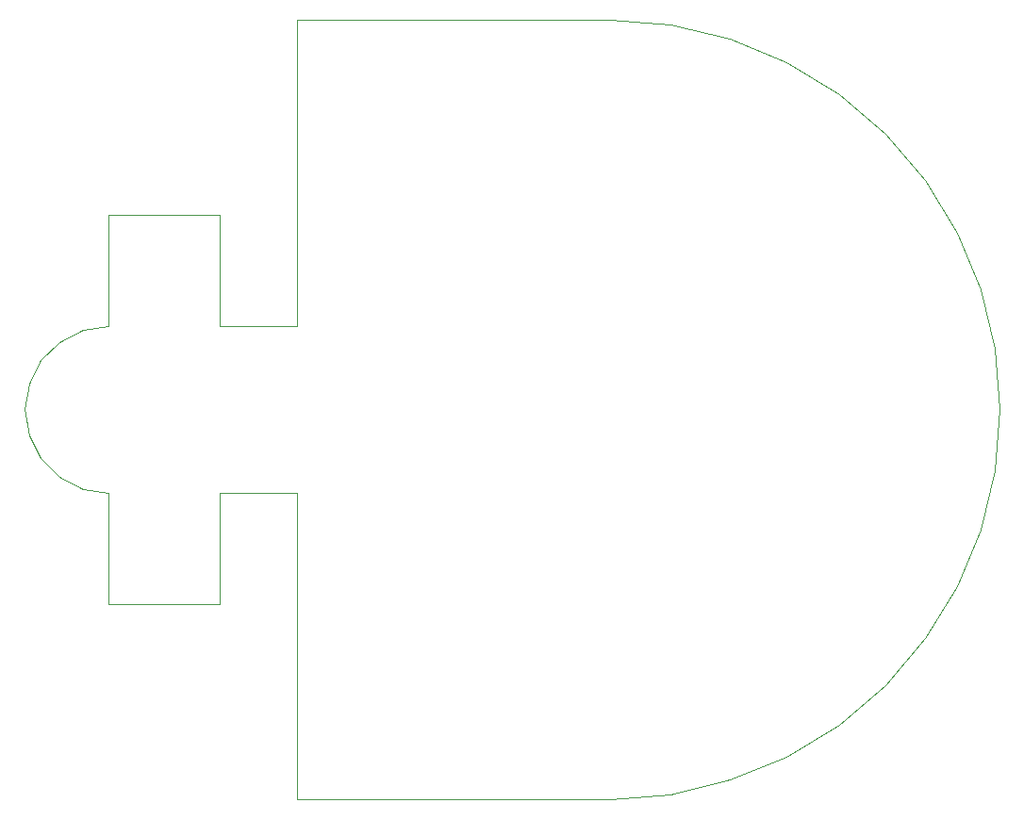
<source format=gbr>
G04 #@! TF.FileFunction,Profile,NP*
%FSLAX46Y46*%
G04 Gerber Fmt 4.6, Leading zero omitted, Abs format (unit mm)*
G04 Created by KiCad (PCBNEW (after 2015-mar-04 BZR unknown)-product) date Wed 28 Oct 2015 16:02:44 CET*
%MOMM*%
G01*
G04 APERTURE LIST*
%ADD10C,0.100000*%
G04 APERTURE END LIST*
D10*
X1329100Y38715830D02*
X962000Y36398200D01*
X2394400Y40806590D02*
X1329100Y38715830D01*
X4053610Y42465830D02*
X2394400Y40806590D01*
X6144370Y43531120D02*
X4053610Y42465830D01*
X8462000Y43898200D02*
X6144370Y43531120D01*
X8462000Y53898200D02*
X8462000Y43898200D01*
X18462000Y53898200D02*
X8462000Y53898200D01*
X18462000Y43898200D02*
X18462000Y53898200D01*
X25412000Y43898200D02*
X18462000Y43898200D01*
X25412000Y71398200D02*
X25412000Y43898200D01*
X53462000Y71398200D02*
X25412000Y71398200D01*
X58937200Y70967300D02*
X53462000Y71398200D01*
X64277600Y69685200D02*
X58937200Y70967300D01*
X69351700Y67583400D02*
X64277600Y69685200D01*
X74034500Y64713800D02*
X69351700Y67583400D01*
X78210700Y61146900D02*
X74034500Y64713800D01*
X81777600Y56970700D02*
X78210700Y61146900D01*
X84647200Y52287900D02*
X81777600Y56970700D01*
X86749000Y47213800D02*
X84647200Y52287900D01*
X88031100Y41873410D02*
X86749000Y47213800D01*
X88462000Y36398200D02*
X88031100Y41873410D01*
X88031100Y30922990D02*
X88462000Y36398200D01*
X86749000Y25582600D02*
X88031100Y30922990D01*
X84647200Y20508500D02*
X86749000Y25582600D01*
X81777600Y15825700D02*
X84647200Y20508500D01*
X78210700Y11649500D02*
X81777600Y15825700D01*
X74034500Y8082600D02*
X78210700Y11649500D01*
X69351700Y5213000D02*
X74034500Y8082600D01*
X64277600Y3111200D02*
X69351700Y5213000D01*
X58937200Y1829100D02*
X64277600Y3111200D01*
X53462000Y1398200D02*
X58937200Y1829100D01*
X25412000Y1398200D02*
X53462000Y1398200D01*
X25412000Y28898200D02*
X25412000Y1398200D01*
X18462000Y28898200D02*
X25412000Y28898200D01*
X18462000Y18898200D02*
X18462000Y28898200D01*
X8462000Y18898200D02*
X18462000Y18898200D01*
X8462000Y28898200D02*
X8462000Y18898200D01*
X6144370Y29265280D02*
X8462000Y28898200D01*
X4053610Y30330570D02*
X6144370Y29265280D01*
X2394400Y31989810D02*
X4053610Y30330570D01*
X1329100Y34080570D02*
X2394400Y31989810D01*
X962000Y36398200D02*
X1329100Y34080570D01*
M02*

</source>
